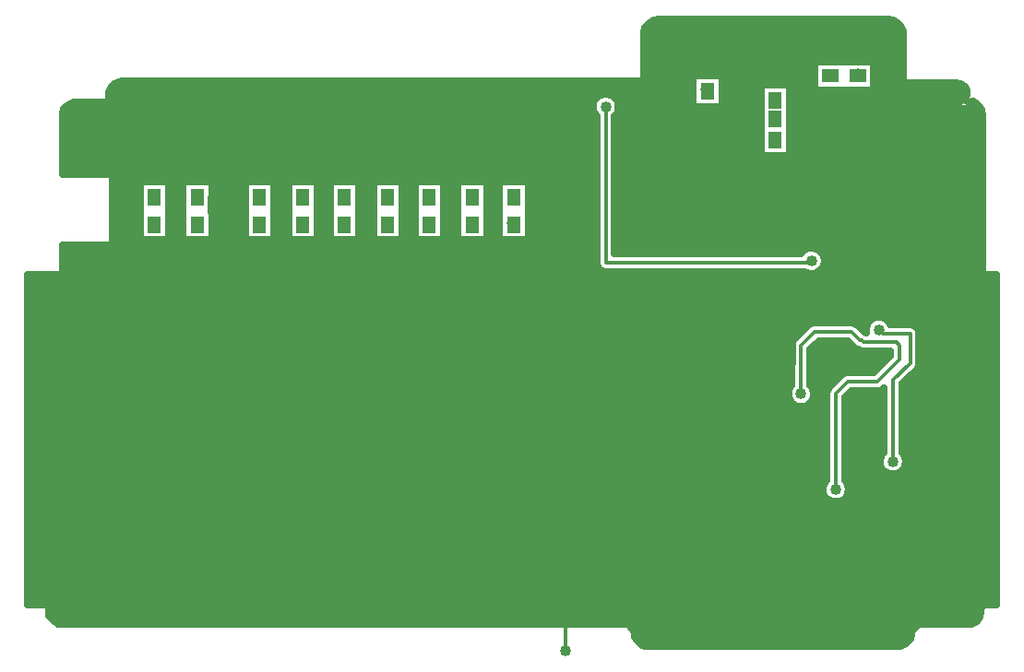
<source format=gtl>
G04 DipTrace 2.3.1.0*
%INwopr.gtl*%
%MOIN*%
%ADD13C,0.013*%
%ADD14C,0.025*%
%ADD22R,0.0512X0.0591*%
%ADD23R,0.0591X0.0512*%
%ADD40C,0.04*%
%FSLAX44Y44*%
G04*
G70*
G90*
G75*
G01*
%LNTop*%
%LPD*%
X18187Y16438D2*
D13*
X18185D1*
X18187Y17438D2*
D3*
X16623Y16436D2*
Y16438D1*
X16625Y17438D2*
D3*
X19690Y17377D2*
Y17437D1*
X19688Y17439D1*
X19627Y16502D2*
Y16500D1*
X19688Y16439D1*
X26627Y21314D2*
X26688Y21252D1*
X29128Y20940D2*
D3*
Y20252D2*
D3*
Y19502D2*
D3*
X31128Y21815D2*
D3*
X32128Y21877D2*
Y21813D1*
X12062Y16438D2*
D3*
X12061Y17436D2*
Y17438D1*
X10498Y16436D2*
Y16438D1*
Y17436D2*
Y17438D1*
X8250Y16437D2*
Y16438D1*
Y17438D2*
D3*
X6687Y16438D2*
X6689D1*
X6687Y17438D2*
D3*
X15125Y16375D2*
Y16436D1*
X15123Y16438D1*
X15125Y17438D2*
D3*
X13562Y16375D2*
Y16436D1*
X13561Y16438D1*
Y17436D2*
Y17438D1*
X33379Y7876D2*
Y10814D1*
X34004Y11439D1*
Y12501D1*
X33003D1*
X32878Y12626D1*
Y12623D1*
X23002Y20690D2*
Y15064D1*
X30378D1*
X30441Y15127D1*
X30066Y10314D2*
Y12064D1*
X30566Y12564D1*
X31878D1*
X32191Y12251D1*
X32253D1*
X32316Y12189D1*
X33504D1*
X33629Y12064D1*
Y11564D1*
X32816Y10751D1*
X31753D1*
X31316Y10314D1*
Y6876D1*
X22387Y8165D2*
Y5291D1*
X21662Y4567D1*
X21442Y4346D1*
Y3244D1*
X21521D1*
X24867Y9346D2*
X23686Y8165D1*
X22387D1*
X30773Y6315D2*
X30084D1*
X27899D1*
X26257Y7956D1*
X24867Y9346D1*
X32151Y5291D2*
X31796D1*
X30773Y6315D1*
X33379Y6938D2*
X31732Y5291D1*
X31796D1*
X32151Y8166D2*
X33379Y6938D1*
X26257Y6197D2*
Y7956D1*
X9066Y4813D2*
X10925D1*
X21416D1*
X21662Y4567D1*
X30375Y9750D2*
Y6606D1*
X30084Y6315D1*
X30875Y12063D2*
Y11626D1*
Y10250D1*
X30375Y9750D1*
X35562Y6669D2*
X35456D1*
X34688Y7437D1*
X32740D1*
X33379Y6938D1*
X25044Y3169D2*
X25125Y3250D1*
X24428D1*
X22387Y5291D1*
X21540Y3205D2*
Y3560D1*
X21442Y3244D1*
X21540Y1039D2*
Y3205D1*
X32878Y11626D2*
X30875D1*
X31128Y21065D2*
X32128D1*
X31128D2*
Y18814D1*
X28440D1*
X28378Y18877D1*
Y19502D1*
Y20252D1*
Y20940D1*
Y20252D2*
X26128D1*
X25940Y20440D1*
Y21252D1*
X18939Y17439D2*
Y20627D1*
X19565Y21252D1*
X25253D1*
X25940D1*
X18939Y17439D2*
Y16439D1*
X17437Y17438D2*
Y16437D1*
X15875Y17438D2*
Y16438D1*
X14375Y17438D2*
Y16438D1*
X12812Y17438D2*
Y16438D1*
X18939Y16439D2*
Y15627D1*
X19002Y15564D1*
X17437D1*
X15875D1*
X14375D1*
X12751D1*
Y16376D1*
X12812Y16438D1*
X14375D2*
Y15564D1*
X15875Y16438D2*
Y15564D1*
X17437Y16437D2*
Y15564D1*
X7437Y17438D2*
Y16438D1*
X8998Y17438D2*
Y16438D1*
X9750D2*
Y17438D1*
X8998D1*
Y16438D2*
X9750D1*
X11312D2*
Y17438D1*
X12751Y15564D2*
X11312D1*
Y15601D1*
X10925D1*
X9750D1*
X8998D1*
X7527D1*
X7437Y15690D1*
Y16438D1*
X8998D2*
Y15601D1*
X9750Y16438D2*
Y15601D1*
X11312Y16438D2*
Y15601D1*
X10925D2*
Y4813D1*
X25253Y19752D2*
Y21252D1*
D40*
X18187Y16438D3*
Y17438D3*
X16623Y16436D3*
X16625Y17438D3*
X19690Y17377D3*
X19627Y16502D3*
X26627Y21314D3*
X29128Y20940D3*
Y20252D3*
Y19502D3*
X31128Y21815D3*
X32128Y21877D3*
X12062Y16438D3*
X12061Y17436D3*
X10498Y16436D3*
Y17436D3*
X8250Y16437D3*
Y17438D3*
X6687Y16438D3*
Y17438D3*
X15125Y16375D3*
Y17438D3*
X13562Y16375D3*
X13561Y17436D3*
X33379Y7876D3*
X32878Y12626D3*
D3*
X23002Y20690D3*
X30441Y15127D3*
X30066Y10314D3*
X31316Y6876D3*
X22387Y8165D3*
X24867Y9346D3*
X22387Y8165D3*
X30773Y6315D3*
X24867Y9346D3*
X32151Y5291D3*
X30773Y6315D3*
X33379Y6938D3*
X32151Y8166D3*
X33379Y6938D3*
X26257Y6197D3*
X9066Y4813D3*
X30375Y9750D3*
X30875Y12063D3*
X30375Y9750D3*
X35562Y6669D3*
X25044Y3169D3*
X21540Y3205D3*
Y1039D3*
Y3205D3*
X32878Y11626D3*
X25253Y19752D3*
X24515Y23626D2*
D14*
X33610D1*
X24398Y23378D2*
X33727D1*
X24398Y23129D2*
X33727D1*
X24398Y22880D2*
X33727D1*
X24398Y22632D2*
X33727D1*
X24398Y22383D2*
X33727D1*
X24398Y22134D2*
X30543D1*
X32714D2*
X33727D1*
X24398Y21885D2*
X30543D1*
X32714D2*
X33727D1*
X24328Y21637D2*
X26141D1*
X27234D2*
X30543D1*
X32714D2*
X33727D1*
X5171Y21388D2*
X26141D1*
X27234D2*
X28579D1*
X29671D2*
X30543D1*
X32714D2*
X35961D1*
X5086Y21139D2*
X22860D1*
X23146D2*
X26141D1*
X27234D2*
X28579D1*
X29671D2*
X36036D1*
X5027Y20891D2*
X22559D1*
X23445D2*
X26141D1*
X27234D2*
X28579D1*
X29671D2*
X35813D1*
X3468Y20642D2*
X22516D1*
X23488D2*
X28579D1*
X29671D2*
X36516D1*
X3398Y20393D2*
X22618D1*
X23386D2*
X28579D1*
X29671D2*
X36590D1*
X3398Y20145D2*
X22649D1*
X23359D2*
X28579D1*
X29671D2*
X36602D1*
X3398Y19896D2*
X22649D1*
X23359D2*
X28579D1*
X29671D2*
X36602D1*
X3398Y19647D2*
X22649D1*
X23359D2*
X28579D1*
X29671D2*
X36602D1*
X3398Y19399D2*
X22649D1*
X23359D2*
X28579D1*
X29671D2*
X36602D1*
X3398Y19150D2*
X22649D1*
X23359D2*
X28579D1*
X29671D2*
X36602D1*
X3398Y18901D2*
X22649D1*
X23359D2*
X36602D1*
X3398Y18653D2*
X22649D1*
X23359D2*
X36602D1*
X3398Y18404D2*
X22649D1*
X23359D2*
X36602D1*
X5211Y18155D2*
X22649D1*
X23359D2*
X36602D1*
X5211Y17906D2*
X6145D1*
X7234D2*
X7704D1*
X8796D2*
X9954D1*
X11043D2*
X11516D1*
X12605D2*
X13016D1*
X14105D2*
X14579D1*
X15668D2*
X16079D1*
X17168D2*
X17641D1*
X18730D2*
X19141D1*
X20234D2*
X22649D1*
X23359D2*
X36602D1*
X5211Y17658D2*
X6145D1*
X7234D2*
X7704D1*
X8796D2*
X9954D1*
X11043D2*
X11516D1*
X12605D2*
X13016D1*
X14105D2*
X14579D1*
X15668D2*
X16079D1*
X17168D2*
X17641D1*
X18730D2*
X19141D1*
X20234D2*
X22649D1*
X23359D2*
X36602D1*
X5211Y17409D2*
X6145D1*
X7234D2*
X7704D1*
X8796D2*
X9954D1*
X11043D2*
X11516D1*
X12605D2*
X13016D1*
X14105D2*
X14579D1*
X15668D2*
X16079D1*
X17168D2*
X17641D1*
X18730D2*
X19141D1*
X20234D2*
X22649D1*
X23359D2*
X36602D1*
X5211Y17160D2*
X6145D1*
X7234D2*
X7704D1*
X8796D2*
X9954D1*
X11043D2*
X11516D1*
X12605D2*
X13016D1*
X14105D2*
X14579D1*
X15668D2*
X16079D1*
X17168D2*
X17641D1*
X18730D2*
X19141D1*
X20234D2*
X22649D1*
X23359D2*
X36602D1*
X5211Y16912D2*
X6145D1*
X7234D2*
X7704D1*
X8796D2*
X9954D1*
X11043D2*
X11516D1*
X12605D2*
X13016D1*
X14105D2*
X14579D1*
X15668D2*
X16079D1*
X17168D2*
X17641D1*
X18730D2*
X19141D1*
X20234D2*
X22649D1*
X23359D2*
X36602D1*
X5211Y16663D2*
X6145D1*
X7234D2*
X7704D1*
X8796D2*
X9954D1*
X11043D2*
X11516D1*
X12605D2*
X13016D1*
X14105D2*
X14579D1*
X15668D2*
X16079D1*
X17168D2*
X17641D1*
X18730D2*
X19141D1*
X20234D2*
X22649D1*
X23359D2*
X36602D1*
X5211Y16414D2*
X6145D1*
X7234D2*
X7704D1*
X8796D2*
X9954D1*
X11043D2*
X11516D1*
X12605D2*
X13016D1*
X14105D2*
X14579D1*
X15668D2*
X16079D1*
X17168D2*
X17641D1*
X18730D2*
X19141D1*
X20234D2*
X22649D1*
X23359D2*
X36602D1*
X5211Y16166D2*
X6145D1*
X7234D2*
X7704D1*
X8796D2*
X9954D1*
X11043D2*
X11516D1*
X12605D2*
X13016D1*
X14105D2*
X14579D1*
X15668D2*
X16079D1*
X17168D2*
X17641D1*
X18730D2*
X19141D1*
X20234D2*
X22649D1*
X23359D2*
X36602D1*
X5211Y15917D2*
X6145D1*
X7234D2*
X7704D1*
X8796D2*
X9954D1*
X11043D2*
X11516D1*
X12605D2*
X13016D1*
X14105D2*
X14579D1*
X15668D2*
X16079D1*
X17168D2*
X17641D1*
X18730D2*
X19141D1*
X20234D2*
X22649D1*
X23359D2*
X36602D1*
X3398Y15668D2*
X22649D1*
X23359D2*
X36602D1*
X3398Y15420D2*
X22649D1*
X23359D2*
X30055D1*
X30828D2*
X36602D1*
X3398Y15171D2*
X22649D1*
X30929D2*
X36602D1*
X3398Y14922D2*
X22680D1*
X30882D2*
X36602D1*
X3375Y14674D2*
X30313D1*
X30570D2*
X36602D1*
X2150Y14425D2*
X37102D1*
X2150Y14176D2*
X37102D1*
X2150Y13927D2*
X37102D1*
X2150Y13679D2*
X37102D1*
X2150Y13430D2*
X37102D1*
X2150Y13181D2*
X37102D1*
X2150Y12933D2*
X32504D1*
X33254D2*
X37102D1*
X2150Y12684D2*
X30196D1*
X32250D2*
X32391D1*
X34304D2*
X37102D1*
X2150Y12435D2*
X29946D1*
X34359D2*
X37102D1*
X2150Y12187D2*
X29735D1*
X30679D2*
X31766D1*
X34359D2*
X37102D1*
X2150Y11938D2*
X29711D1*
X30429D2*
X32063D1*
X34359D2*
X37102D1*
X2150Y11689D2*
X29711D1*
X30421D2*
X33262D1*
X34359D2*
X37102D1*
X2150Y11441D2*
X29711D1*
X30421D2*
X33016D1*
X34359D2*
X37102D1*
X2150Y11192D2*
X29711D1*
X30421D2*
X32766D1*
X34250D2*
X37102D1*
X2150Y10943D2*
X29711D1*
X30421D2*
X31454D1*
X34000D2*
X37102D1*
X2150Y10695D2*
X29711D1*
X30421D2*
X31204D1*
X33750D2*
X37102D1*
X2150Y10446D2*
X29594D1*
X30535D2*
X30989D1*
X33734D2*
X37102D1*
X2150Y10197D2*
X29590D1*
X30543D2*
X30961D1*
X31691D2*
X33024D1*
X33734D2*
X37102D1*
X2150Y9948D2*
X29754D1*
X30379D2*
X30961D1*
X31671D2*
X33024D1*
X33734D2*
X37102D1*
X2150Y9700D2*
X30961D1*
X31671D2*
X33024D1*
X33734D2*
X37102D1*
X2150Y9451D2*
X30961D1*
X31671D2*
X33024D1*
X33734D2*
X37102D1*
X2150Y9202D2*
X30961D1*
X31671D2*
X33024D1*
X33734D2*
X37102D1*
X2150Y8954D2*
X30961D1*
X31671D2*
X33024D1*
X33734D2*
X37102D1*
X2150Y8705D2*
X30961D1*
X31671D2*
X33024D1*
X33734D2*
X37102D1*
X2150Y8456D2*
X30961D1*
X31671D2*
X33024D1*
X33734D2*
X37102D1*
X2150Y8208D2*
X30961D1*
X31671D2*
X33024D1*
X33734D2*
X37102D1*
X2150Y7959D2*
X30961D1*
X31671D2*
X32895D1*
X33859D2*
X37102D1*
X2150Y7710D2*
X30961D1*
X31671D2*
X32918D1*
X33839D2*
X37102D1*
X2150Y7462D2*
X30961D1*
X31671D2*
X33141D1*
X33613D2*
X37102D1*
X2150Y7213D2*
X30961D1*
X31671D2*
X37102D1*
X2150Y6964D2*
X30836D1*
X31796D2*
X37102D1*
X2150Y6716D2*
X30856D1*
X31777D2*
X37102D1*
X2150Y6467D2*
X31071D1*
X31562D2*
X37102D1*
X2150Y6218D2*
X37102D1*
X2150Y5969D2*
X37102D1*
X2150Y5721D2*
X37102D1*
X2150Y5472D2*
X37102D1*
X2150Y5223D2*
X37102D1*
X2150Y4975D2*
X37102D1*
X2150Y4726D2*
X37102D1*
X2150Y4477D2*
X37102D1*
X2150Y4229D2*
X37102D1*
X2150Y3980D2*
X37102D1*
X2150Y3731D2*
X37102D1*
X2150Y3483D2*
X37102D1*
X2150Y3234D2*
X37102D1*
X2150Y2985D2*
X37102D1*
X2150Y2737D2*
X37102D1*
X2898Y2488D2*
X36536D1*
X2961Y2239D2*
X36485D1*
X23824Y1990D2*
X34289D1*
X24031Y1742D2*
X34039D1*
X24117Y1493D2*
X34008D1*
X24332Y1244D2*
X33746D1*
X28730Y21500D2*
X29647D1*
X29643Y20380D1*
X29647Y20437D1*
X29643Y19692D1*
X29647Y19437D1*
Y18942D1*
X28605D1*
X28609Y20062D1*
X28605Y20317D1*
X28609Y20812D1*
X28605Y20755D1*
Y21500D1*
X28730D1*
X30693Y22334D2*
X31688Y22330D1*
X31943Y22334D1*
X32187Y22338D1*
X32318Y22334D1*
X32689D1*
Y21292D1*
X31568Y21296D1*
X31313Y21292D1*
X30568D1*
Y22334D1*
X30693D1*
X12580Y16998D2*
X12581Y15877D1*
X11540D1*
X11544Y16998D1*
X11540Y17252D1*
Y17998D1*
X12581D1*
X12577Y16877D1*
X11018Y16998D2*
X11019Y15877D1*
X9977D1*
X9981Y16998D1*
X9977Y17252D1*
Y17998D1*
X11019D1*
X11015Y16877D1*
X8770Y16998D2*
X8771Y15877D1*
X7729D1*
X7733Y16998D1*
X7729Y17252D1*
Y17998D1*
X8771D1*
X8767Y16877D1*
X7209Y16998D2*
X7210Y15877D1*
X6169D1*
X6173Y16998D1*
X6169Y17252D1*
Y17998D1*
X7210D1*
X7206Y16877D1*
X18706D2*
Y15877D1*
X17665D1*
X17668Y16998D1*
X17665Y17252D1*
Y17998D1*
X18706D1*
X18702Y16877D1*
X17143Y16998D2*
X17144Y15877D1*
X16102D1*
X16106Y16998D1*
X16102Y17252D1*
Y17998D1*
X17144D1*
X17140Y16877D1*
X15643Y16998D2*
X15644Y15877D1*
X14602D1*
X14606Y16998D1*
X14602Y17252D1*
Y17998D1*
X15644D1*
X15640Y16877D1*
X14080Y16998D2*
X14081Y15877D1*
X13040D1*
X13044Y16998D1*
X13040Y17252D1*
Y17998D1*
X14081D1*
X14077Y16877D1*
X19292Y18000D2*
X20208D1*
X20204Y16879D1*
X20208Y16624D1*
Y15879D1*
X19167D1*
Y16999D1*
Y18000D1*
X19292D1*
X26292Y21812D2*
X27209D1*
Y20692D1*
X26167D1*
X26164Y21353D1*
X26167Y21567D1*
Y21812D1*
X26292D1*
X33049Y8200D2*
Y10520D1*
X32971Y10460D1*
X32852Y10423D1*
X31890Y10421D1*
X31647Y10178D1*
X31646Y7200D1*
X31690Y7152D1*
X31750Y7043D1*
X31781Y6876D1*
X31764Y6752D1*
X31715Y6638D1*
X31637Y6540D1*
X31537Y6467D1*
X31420Y6423D1*
X31296Y6411D1*
X31173Y6433D1*
X31061Y6487D1*
X30967Y6569D1*
X30898Y6672D1*
X30859Y6791D1*
X30853Y6915D1*
X30880Y7037D1*
X30938Y7147D1*
X30984Y7195D1*
X30986Y8751D1*
Y10314D1*
X31009Y10436D1*
X31083Y10547D1*
X31520Y10984D1*
X31623Y11054D1*
X31753Y11081D1*
X32679D1*
X33298Y11700D1*
X33299Y11857D1*
X32316Y11859D1*
X32191Y11884D1*
X32108Y11932D1*
X32031Y11963D1*
X31958Y12018D1*
X31739Y12236D1*
X30703Y12234D1*
X30393Y11925D1*
X30396Y10638D1*
X30439Y10590D1*
X30499Y10481D1*
X30531Y10314D1*
X30514Y10190D1*
X30465Y10075D1*
X30387Y9978D1*
X30287Y9905D1*
X30170Y9861D1*
X30046Y9849D1*
X29923Y9871D1*
X29811Y9925D1*
X29717Y10006D1*
X29648Y10110D1*
X29609Y10228D1*
X29602Y10353D1*
X29630Y10475D1*
X29688Y10585D1*
X29733Y10633D1*
X29736Y12064D1*
X29759Y12186D1*
X29832Y12297D1*
X30332Y12797D1*
X30435Y12867D1*
X30566Y12894D1*
X31878D1*
X32000Y12870D1*
X32112Y12797D1*
X32341Y12568D1*
X32414Y12539D1*
X32421Y12541D1*
X32415Y12666D1*
X32442Y12787D1*
X32501Y12897D1*
X32586Y12988D1*
X32693Y13053D1*
X32813Y13086D1*
X32937Y13087D1*
X33058Y13055D1*
X33165Y12992D1*
X33252Y12903D1*
X33292Y12831D1*
X34004D1*
X34126Y12808D1*
X34230Y12741D1*
X34303Y12640D1*
X34333Y12501D1*
Y11439D1*
X34310Y11317D1*
X34237Y11205D1*
X33709Y10678D1*
X33708Y8200D1*
X33752Y8152D1*
X33812Y8043D1*
X33843Y7876D1*
X33827Y7752D1*
X33778Y7638D1*
X33700Y7540D1*
X33600Y7467D1*
X33483Y7423D1*
X33359Y7411D1*
X33236Y7433D1*
X33124Y7487D1*
X33030Y7569D1*
X32960Y7672D1*
X32921Y7791D1*
X32915Y7915D1*
X32942Y8037D1*
X33001Y8147D1*
X33046Y8195D1*
X32425Y12530D2*
X32415Y12666D1*
X32442Y12787D1*
X32501Y12897D1*
X32586Y12988D1*
X32693Y13053D1*
X32813Y13086D1*
X32937Y13087D1*
X33058Y13055D1*
X33165Y12992D1*
X33252Y12903D1*
X33292Y12831D1*
X23332Y20365D2*
Y15397D1*
X24252Y15394D1*
X30063Y15398D1*
X30149Y15488D1*
X30255Y15553D1*
X30375Y15587D1*
X30500Y15588D1*
X30620Y15556D1*
X30728Y15492D1*
X30814Y15403D1*
X30874Y15294D1*
X30906Y15127D1*
X30889Y15003D1*
X30840Y14888D1*
X30762Y14791D1*
X30662Y14718D1*
X30545Y14674D1*
X30421Y14662D1*
X30298Y14684D1*
X30196Y14733D1*
X23002Y14734D1*
X22880Y14758D1*
X22776Y14824D1*
X22703Y14925D1*
X22673Y15064D1*
Y20365D1*
X22584Y20486D1*
X22545Y20605D1*
X22539Y20729D1*
X22566Y20851D1*
X22625Y20961D1*
X22710Y21051D1*
X22817Y21116D1*
X22937Y21150D1*
X23061Y21151D1*
X23182Y21119D1*
X23289Y21056D1*
X23376Y20966D1*
X23436Y20857D1*
X23467Y20690D1*
X23451Y20566D1*
X23402Y20452D1*
X23331Y20363D1*
X33656Y1187D2*
X33864Y1291D1*
X34018Y1444D1*
X34062Y1583D1*
X34063Y1687D1*
X34088Y1763D1*
X34290Y1964D1*
X34375Y2000D1*
X36223D1*
X36414Y2097D1*
X36512Y2244D1*
X36562Y2395D1*
Y2562D1*
X36569Y2603D1*
X36589Y2640D1*
X36620Y2668D1*
X36687Y2687D1*
X37125D1*
Y14625D1*
X36750D1*
X36645Y14686D1*
X36625Y14750D1*
Y20363D1*
X36569Y20583D1*
X36522Y20677D1*
X36421Y20777D1*
X36272Y20877D1*
X36125Y20875D1*
X36020Y20932D1*
X36014Y21057D1*
X36061Y21113D1*
X36062Y21277D1*
X35971Y21412D1*
X35819Y21512D1*
X35667Y21562D1*
X33875D1*
X33770Y21624D1*
X33750Y21687D1*
Y23410D1*
X33647Y23614D1*
X33546Y23715D1*
X33381Y23825D1*
X33230Y23875D1*
X24895D1*
X24742Y23824D1*
X24577Y23714D1*
X24420Y23556D1*
X24375Y23417D1*
Y21752D1*
X24364Y21698D1*
X24268Y21626D1*
X11625Y21625D1*
X5527D1*
X5257Y21518D1*
X5165Y21426D1*
X5062Y21220D1*
X5063Y21004D1*
X5051Y20948D1*
X4955Y20876D1*
X3779Y20875D1*
X3573Y20772D1*
X3420Y20618D1*
X3375Y20480D1*
Y18250D1*
X5063D1*
X5168Y18189D1*
X5188Y18125D1*
Y15814D1*
X5176Y15760D1*
X5080Y15689D1*
X3375Y15687D1*
Y14750D1*
X3314Y14645D1*
X3250Y14625D1*
X2125D1*
Y2687D1*
X2750D1*
X2855Y2626D1*
X2875Y2562D1*
Y2303D1*
X3020Y2157D1*
X3230Y2000D1*
X23753Y1998D1*
X23838Y1963D1*
X24049Y1682D1*
X24062Y1625D1*
Y1538D1*
X24161Y1390D1*
X24319Y1232D1*
X24458Y1188D1*
X33660Y1187D1*
D22*
X28378Y20940D3*
X29126D3*
X28378Y20252D3*
X29126D3*
X28378Y19502D3*
X29126D3*
D23*
X31128Y21065D3*
Y21813D3*
X32128Y21065D3*
Y21813D3*
D22*
X11312Y16438D3*
X12061D3*
X11312Y17438D3*
X12061D3*
X9750Y16438D3*
X10498D3*
X9750Y17438D3*
X10498D3*
X8998Y16438D3*
X8250D3*
X8998Y17438D3*
X8250D3*
X7437Y16438D3*
X6689D3*
X7437Y17438D3*
X6689D3*
X17437Y16437D3*
X18185D3*
X17437Y17438D3*
X18186D3*
X15875Y16438D3*
X16623D3*
X15875Y17438D3*
X16623D3*
X14375Y16438D3*
X15123D3*
X14375Y17438D3*
X15123D3*
X12812Y16438D3*
X13561D3*
X12812Y17438D3*
X13561D3*
X18939Y17439D3*
X19688D3*
X18939Y16439D3*
X19688D3*
X25940Y21252D3*
X26688D3*
M02*

</source>
